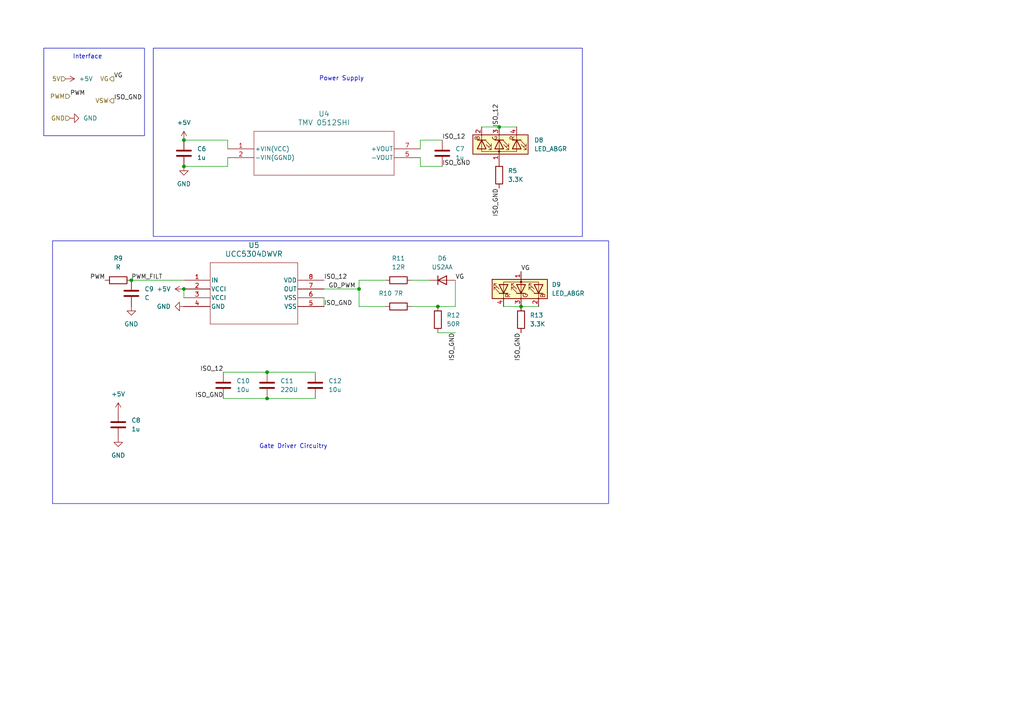
<source format=kicad_sch>
(kicad_sch
	(version 20250114)
	(generator "eeschema")
	(generator_version "9.0")
	(uuid "e72f36e0-1e81-4b28-9412-540a47e2f276")
	(paper "A4")
	(title_block
		(title "Lecture_Tutorial")
		(date "2025-02-20")
		(rev "R0")
		(company "AbdullahZafar")
	)
	(lib_symbols
		(symbol "2025-02-18_19-35-50:UCC5304DWVR"
			(pin_names
				(offset 0.254)
			)
			(exclude_from_sim no)
			(in_bom yes)
			(on_board yes)
			(property "Reference" "U"
				(at 20.32 10.16 0)
				(effects
					(font
						(size 1.524 1.524)
					)
				)
			)
			(property "Value" "UCC5304DWVR"
				(at 20.32 7.62 0)
				(effects
					(font
						(size 1.524 1.524)
					)
				)
			)
			(property "Footprint" "SOIC8_DWV_TEX"
				(at 0 0 0)
				(effects
					(font
						(size 1.27 1.27)
						(italic yes)
					)
					(hide yes)
				)
			)
			(property "Datasheet" "UCC5304DWVR"
				(at 0 0 0)
				(effects
					(font
						(size 1.27 1.27)
						(italic yes)
					)
					(hide yes)
				)
			)
			(property "Description" ""
				(at 0 0 0)
				(effects
					(font
						(size 1.27 1.27)
					)
					(hide yes)
				)
			)
			(property "ki_locked" ""
				(at 0 0 0)
				(effects
					(font
						(size 1.27 1.27)
					)
				)
			)
			(property "ki_keywords" "UCC5304DWVR"
				(at 0 0 0)
				(effects
					(font
						(size 1.27 1.27)
					)
					(hide yes)
				)
			)
			(property "ki_fp_filters" "SOIC8_DWV_TEX SOIC8_DWV_TEX-M SOIC8_DWV_TEX-L"
				(at 0 0 0)
				(effects
					(font
						(size 1.27 1.27)
					)
					(hide yes)
				)
			)
			(symbol "UCC5304DWVR_0_1"
				(polyline
					(pts
						(xy 7.62 5.08) (xy 7.62 -12.7)
					)
					(stroke
						(width 0.127)
						(type default)
					)
					(fill
						(type none)
					)
				)
				(polyline
					(pts
						(xy 7.62 -12.7) (xy 33.02 -12.7)
					)
					(stroke
						(width 0.127)
						(type default)
					)
					(fill
						(type none)
					)
				)
				(polyline
					(pts
						(xy 33.02 5.08) (xy 7.62 5.08)
					)
					(stroke
						(width 0.127)
						(type default)
					)
					(fill
						(type none)
					)
				)
				(polyline
					(pts
						(xy 33.02 -12.7) (xy 33.02 5.08)
					)
					(stroke
						(width 0.127)
						(type default)
					)
					(fill
						(type none)
					)
				)
				(pin input line
					(at 0 0 0)
					(length 7.62)
					(name "IN"
						(effects
							(font
								(size 1.27 1.27)
							)
						)
					)
					(number "1"
						(effects
							(font
								(size 1.27 1.27)
							)
						)
					)
				)
				(pin power_in line
					(at 0 -2.54 0)
					(length 7.62)
					(name "VCCI"
						(effects
							(font
								(size 1.27 1.27)
							)
						)
					)
					(number "2"
						(effects
							(font
								(size 1.27 1.27)
							)
						)
					)
				)
				(pin power_in line
					(at 0 -5.08 0)
					(length 7.62)
					(name "VCCI"
						(effects
							(font
								(size 1.27 1.27)
							)
						)
					)
					(number "3"
						(effects
							(font
								(size 1.27 1.27)
							)
						)
					)
				)
				(pin power_out line
					(at 0 -7.62 0)
					(length 7.62)
					(name "GND"
						(effects
							(font
								(size 1.27 1.27)
							)
						)
					)
					(number "4"
						(effects
							(font
								(size 1.27 1.27)
							)
						)
					)
				)
				(pin power_in line
					(at 40.64 0 180)
					(length 7.62)
					(name "VDD"
						(effects
							(font
								(size 1.27 1.27)
							)
						)
					)
					(number "8"
						(effects
							(font
								(size 1.27 1.27)
							)
						)
					)
				)
				(pin output line
					(at 40.64 -2.54 180)
					(length 7.62)
					(name "OUT"
						(effects
							(font
								(size 1.27 1.27)
							)
						)
					)
					(number "7"
						(effects
							(font
								(size 1.27 1.27)
							)
						)
					)
				)
				(pin power_out line
					(at 40.64 -5.08 180)
					(length 7.62)
					(name "VSS"
						(effects
							(font
								(size 1.27 1.27)
							)
						)
					)
					(number "6"
						(effects
							(font
								(size 1.27 1.27)
							)
						)
					)
				)
				(pin power_out line
					(at 40.64 -7.62 180)
					(length 7.62)
					(name "VSS"
						(effects
							(font
								(size 1.27 1.27)
							)
						)
					)
					(number "5"
						(effects
							(font
								(size 1.27 1.27)
							)
						)
					)
				)
			)
			(embedded_fonts no)
		)
		(symbol "2025-02-22_01-23-13:TMV_0512SHI"
			(pin_names
				(offset 0.254)
			)
			(exclude_from_sim no)
			(in_bom yes)
			(on_board yes)
			(property "Reference" "U"
				(at 27.94 10.16 0)
				(effects
					(font
						(size 1.524 1.524)
					)
				)
			)
			(property "Value" "TMV 0512SHI"
				(at 27.94 7.62 0)
				(effects
					(font
						(size 1.524 1.524)
					)
				)
			)
			(property "Footprint" "TMV-HI_SINGLE_TRP"
				(at 0 0 0)
				(effects
					(font
						(size 1.27 1.27)
						(italic yes)
					)
					(hide yes)
				)
			)
			(property "Datasheet" "TMV 0512SHI"
				(at 0 0 0)
				(effects
					(font
						(size 1.27 1.27)
						(italic yes)
					)
					(hide yes)
				)
			)
			(property "Description" ""
				(at 0 0 0)
				(effects
					(font
						(size 1.27 1.27)
					)
					(hide yes)
				)
			)
			(property "ki_locked" ""
				(at 0 0 0)
				(effects
					(font
						(size 1.27 1.27)
					)
				)
			)
			(property "ki_keywords" "TMV 0512SHI"
				(at 0 0 0)
				(effects
					(font
						(size 1.27 1.27)
					)
					(hide yes)
				)
			)
			(property "ki_fp_filters" "TMV-HI_SINGLE_TRP"
				(at 0 0 0)
				(effects
					(font
						(size 1.27 1.27)
					)
					(hide yes)
				)
			)
			(symbol "TMV_0512SHI_0_1"
				(polyline
					(pts
						(xy 7.62 5.08) (xy 7.62 -7.62)
					)
					(stroke
						(width 0.127)
						(type default)
					)
					(fill
						(type none)
					)
				)
				(polyline
					(pts
						(xy 7.62 -7.62) (xy 48.26 -7.62)
					)
					(stroke
						(width 0.127)
						(type default)
					)
					(fill
						(type none)
					)
				)
				(polyline
					(pts
						(xy 48.26 5.08) (xy 7.62 5.08)
					)
					(stroke
						(width 0.127)
						(type default)
					)
					(fill
						(type none)
					)
				)
				(polyline
					(pts
						(xy 48.26 -7.62) (xy 48.26 5.08)
					)
					(stroke
						(width 0.127)
						(type default)
					)
					(fill
						(type none)
					)
				)
				(pin power_in line
					(at 0 0 0)
					(length 7.62)
					(name "+VIN(VCC)"
						(effects
							(font
								(size 1.27 1.27)
							)
						)
					)
					(number "1"
						(effects
							(font
								(size 1.27 1.27)
							)
						)
					)
				)
				(pin power_in line
					(at 0 -2.54 0)
					(length 7.62)
					(name "-VIN(GGND)"
						(effects
							(font
								(size 1.27 1.27)
							)
						)
					)
					(number "2"
						(effects
							(font
								(size 1.27 1.27)
							)
						)
					)
				)
				(pin output line
					(at 55.88 0 180)
					(length 7.62)
					(name "+VOUT"
						(effects
							(font
								(size 1.27 1.27)
							)
						)
					)
					(number "7"
						(effects
							(font
								(size 1.27 1.27)
							)
						)
					)
				)
				(pin output line
					(at 55.88 -2.54 180)
					(length 7.62)
					(name "-VOUT"
						(effects
							(font
								(size 1.27 1.27)
							)
						)
					)
					(number "5"
						(effects
							(font
								(size 1.27 1.27)
							)
						)
					)
				)
			)
			(embedded_fonts no)
		)
		(symbol "Device:C"
			(pin_numbers
				(hide yes)
			)
			(pin_names
				(offset 0.254)
			)
			(exclude_from_sim no)
			(in_bom yes)
			(on_board yes)
			(property "Reference" "C"
				(at 0.635 2.54 0)
				(effects
					(font
						(size 1.27 1.27)
					)
					(justify left)
				)
			)
			(property "Value" "C"
				(at 0.635 -2.54 0)
				(effects
					(font
						(size 1.27 1.27)
					)
					(justify left)
				)
			)
			(property "Footprint" ""
				(at 0.9652 -3.81 0)
				(effects
					(font
						(size 1.27 1.27)
					)
					(hide yes)
				)
			)
			(property "Datasheet" "~"
				(at 0 0 0)
				(effects
					(font
						(size 1.27 1.27)
					)
					(hide yes)
				)
			)
			(property "Description" "Unpolarized capacitor"
				(at 0 0 0)
				(effects
					(font
						(size 1.27 1.27)
					)
					(hide yes)
				)
			)
			(property "ki_keywords" "cap capacitor"
				(at 0 0 0)
				(effects
					(font
						(size 1.27 1.27)
					)
					(hide yes)
				)
			)
			(property "ki_fp_filters" "C_*"
				(at 0 0 0)
				(effects
					(font
						(size 1.27 1.27)
					)
					(hide yes)
				)
			)
			(symbol "C_0_1"
				(polyline
					(pts
						(xy -2.032 0.762) (xy 2.032 0.762)
					)
					(stroke
						(width 0.508)
						(type default)
					)
					(fill
						(type none)
					)
				)
				(polyline
					(pts
						(xy -2.032 -0.762) (xy 2.032 -0.762)
					)
					(stroke
						(width 0.508)
						(type default)
					)
					(fill
						(type none)
					)
				)
			)
			(symbol "C_1_1"
				(pin passive line
					(at 0 3.81 270)
					(length 2.794)
					(name "~"
						(effects
							(font
								(size 1.27 1.27)
							)
						)
					)
					(number "1"
						(effects
							(font
								(size 1.27 1.27)
							)
						)
					)
				)
				(pin passive line
					(at 0 -3.81 90)
					(length 2.794)
					(name "~"
						(effects
							(font
								(size 1.27 1.27)
							)
						)
					)
					(number "2"
						(effects
							(font
								(size 1.27 1.27)
							)
						)
					)
				)
			)
			(embedded_fonts no)
		)
		(symbol "Device:LED_ABGR"
			(pin_names
				(offset 0)
				(hide yes)
			)
			(exclude_from_sim no)
			(in_bom yes)
			(on_board yes)
			(property "Reference" "D"
				(at 0 9.398 0)
				(effects
					(font
						(size 1.27 1.27)
					)
				)
			)
			(property "Value" "LED_ABGR"
				(at 0 -8.89 0)
				(effects
					(font
						(size 1.27 1.27)
					)
				)
			)
			(property "Footprint" ""
				(at 0 -1.27 0)
				(effects
					(font
						(size 1.27 1.27)
					)
					(hide yes)
				)
			)
			(property "Datasheet" "~"
				(at 0 -1.27 0)
				(effects
					(font
						(size 1.27 1.27)
					)
					(hide yes)
				)
			)
			(property "Description" "RGB LED, anode/blue/green/red"
				(at 0 0 0)
				(effects
					(font
						(size 1.27 1.27)
					)
					(hide yes)
				)
			)
			(property "ki_keywords" "LED RGB diode"
				(at 0 0 0)
				(effects
					(font
						(size 1.27 1.27)
					)
					(hide yes)
				)
			)
			(property "ki_fp_filters" "LED* LED_SMD:* LED_THT:*"
				(at 0 0 0)
				(effects
					(font
						(size 1.27 1.27)
					)
					(hide yes)
				)
			)
			(symbol "LED_ABGR_0_0"
				(text "R"
					(at -1.905 3.81 0)
					(effects
						(font
							(size 1.27 1.27)
						)
					)
				)
				(text "G"
					(at -1.905 -1.27 0)
					(effects
						(font
							(size 1.27 1.27)
						)
					)
				)
				(text "B"
					(at -1.905 -6.35 0)
					(effects
						(font
							(size 1.27 1.27)
						)
					)
				)
			)
			(symbol "LED_ABGR_0_1"
				(polyline
					(pts
						(xy -1.27 6.35) (xy -1.27 3.81)
					)
					(stroke
						(width 0.254)
						(type default)
					)
					(fill
						(type none)
					)
				)
				(polyline
					(pts
						(xy -1.27 6.35) (xy -1.27 3.81) (xy -1.27 3.81)
					)
					(stroke
						(width 0)
						(type default)
					)
					(fill
						(type none)
					)
				)
				(polyline
					(pts
						(xy -1.27 5.08) (xy -2.54 5.08)
					)
					(stroke
						(width 0)
						(type default)
					)
					(fill
						(type none)
					)
				)
				(polyline
					(pts
						(xy -1.27 5.08) (xy 1.27 5.08)
					)
					(stroke
						(width 0)
						(type default)
					)
					(fill
						(type none)
					)
				)
				(polyline
					(pts
						(xy -1.27 1.27) (xy -1.27 -1.27)
					)
					(stroke
						(width 0.254)
						(type default)
					)
					(fill
						(type none)
					)
				)
				(polyline
					(pts
						(xy -1.27 1.27) (xy -1.27 -1.27) (xy -1.27 -1.27)
					)
					(stroke
						(width 0)
						(type default)
					)
					(fill
						(type none)
					)
				)
				(polyline
					(pts
						(xy -1.27 0) (xy -2.54 0)
					)
					(stroke
						(width 0)
						(type default)
					)
					(fill
						(type none)
					)
				)
				(polyline
					(pts
						(xy -1.27 -3.81) (xy -1.27 -6.35)
					)
					(stroke
						(width 0.254)
						(type default)
					)
					(fill
						(type none)
					)
				)
				(polyline
					(pts
						(xy -1.27 -5.08) (xy -2.54 -5.08)
					)
					(stroke
						(width 0)
						(type default)
					)
					(fill
						(type none)
					)
				)
				(polyline
					(pts
						(xy -1.27 -5.08) (xy 1.27 -5.08)
					)
					(stroke
						(width 0)
						(type default)
					)
					(fill
						(type none)
					)
				)
				(polyline
					(pts
						(xy -1.016 6.35) (xy 0.508 7.874) (xy -0.254 7.874) (xy 0.508 7.874) (xy 0.508 7.112)
					)
					(stroke
						(width 0)
						(type default)
					)
					(fill
						(type none)
					)
				)
				(polyline
					(pts
						(xy -1.016 1.27) (xy 0.508 2.794) (xy -0.254 2.794) (xy 0.508 2.794) (xy 0.508 2.032)
					)
					(stroke
						(width 0)
						(type default)
					)
					(fill
						(type none)
					)
				)
				(polyline
					(pts
						(xy -1.016 -3.81) (xy 0.508 -2.286) (xy -0.254 -2.286) (xy 0.508 -2.286) (xy 0.508 -3.048)
					)
					(stroke
						(width 0)
						(type default)
					)
					(fill
						(type none)
					)
				)
				(polyline
					(pts
						(xy 0 6.35) (xy 1.524 7.874) (xy 0.762 7.874) (xy 1.524 7.874) (xy 1.524 7.112)
					)
					(stroke
						(width 0)
						(type default)
					)
					(fill
						(type none)
					)
				)
				(polyline
					(pts
						(xy 0 1.27) (xy 1.524 2.794) (xy 0.762 2.794) (xy 1.524 2.794) (xy 1.524 2.032)
					)
					(stroke
						(width 0)
						(type default)
					)
					(fill
						(type none)
					)
				)
				(polyline
					(pts
						(xy 0 -3.81) (xy 1.524 -2.286) (xy 0.762 -2.286) (xy 1.524 -2.286) (xy 1.524 -3.048)
					)
					(stroke
						(width 0)
						(type default)
					)
					(fill
						(type none)
					)
				)
				(polyline
					(pts
						(xy 1.27 6.35) (xy 1.27 3.81) (xy -1.27 5.08) (xy 1.27 6.35)
					)
					(stroke
						(width 0.254)
						(type default)
					)
					(fill
						(type none)
					)
				)
				(rectangle
					(start 1.27 6.35)
					(end 1.27 6.35)
					(stroke
						(width 0)
						(type default)
					)
					(fill
						(type none)
					)
				)
				(rectangle
					(start 1.27 3.81)
					(end 1.27 6.35)
					(stroke
						(width 0)
						(type default)
					)
					(fill
						(type none)
					)
				)
				(polyline
					(pts
						(xy 1.27 1.27) (xy 1.27 -1.27) (xy -1.27 0) (xy 1.27 1.27)
					)
					(stroke
						(width 0.254)
						(type default)
					)
					(fill
						(type none)
					)
				)
				(rectangle
					(start 1.27 1.27)
					(end 1.27 1.27)
					(stroke
						(width 0)
						(type default)
					)
					(fill
						(type none)
					)
				)
				(polyline
					(pts
						(xy 1.27 0) (xy -1.27 0)
					)
					(stroke
						(width 0)
						(type default)
					)
					(fill
						(type none)
					)
				)
				(polyline
					(pts
						(xy 1.27 0) (xy 2.54 0)
					)
					(stroke
						(width 0)
						(type default)
					)
					(fill
						(type none)
					)
				)
				(rectangle
					(start 1.27 -1.27)
					(end 1.27 1.27)
					(stroke
						(width 0)
						(type default)
					)
					(fill
						(type none)
					)
				)
				(polyline
					(pts
						(xy 1.27 -3.81) (xy 1.27 -6.35) (xy -1.27 -5.08) (xy 1.27 -3.81)
					)
					(stroke
						(width 0.254)
						(type default)
					)
					(fill
						(type none)
					)
				)
				(polyline
					(pts
						(xy 1.27 -5.08) (xy 2.032 -5.08) (xy 2.032 5.08) (xy 1.27 5.08)
					)
					(stroke
						(width 0)
						(type default)
					)
					(fill
						(type none)
					)
				)
				(circle
					(center 2.032 0)
					(radius 0.254)
					(stroke
						(width 0)
						(type default)
					)
					(fill
						(type outline)
					)
				)
				(rectangle
					(start 2.794 8.382)
					(end -2.794 -7.62)
					(stroke
						(width 0.254)
						(type default)
					)
					(fill
						(type background)
					)
				)
			)
			(symbol "LED_ABGR_1_1"
				(pin passive line
					(at -5.08 5.08 0)
					(length 2.54)
					(name "RK"
						(effects
							(font
								(size 1.27 1.27)
							)
						)
					)
					(number "4"
						(effects
							(font
								(size 1.27 1.27)
							)
						)
					)
				)
				(pin passive line
					(at -5.08 0 0)
					(length 2.54)
					(name "GK"
						(effects
							(font
								(size 1.27 1.27)
							)
						)
					)
					(number "3"
						(effects
							(font
								(size 1.27 1.27)
							)
						)
					)
				)
				(pin passive line
					(at -5.08 -5.08 0)
					(length 2.54)
					(name "BK"
						(effects
							(font
								(size 1.27 1.27)
							)
						)
					)
					(number "2"
						(effects
							(font
								(size 1.27 1.27)
							)
						)
					)
				)
				(pin passive line
					(at 5.08 0 180)
					(length 2.54)
					(name "A"
						(effects
							(font
								(size 1.27 1.27)
							)
						)
					)
					(number "1"
						(effects
							(font
								(size 1.27 1.27)
							)
						)
					)
				)
			)
			(embedded_fonts no)
		)
		(symbol "Device:R"
			(pin_numbers
				(hide yes)
			)
			(pin_names
				(offset 0)
			)
			(exclude_from_sim no)
			(in_bom yes)
			(on_board yes)
			(property "Reference" "R"
				(at 2.032 0 90)
				(effects
					(font
						(size 1.27 1.27)
					)
				)
			)
			(property "Value" "R"
				(at 0 0 90)
				(effects
					(font
						(size 1.27 1.27)
					)
				)
			)
			(property "Footprint" ""
				(at -1.778 0 90)
				(effects
					(font
						(size 1.27 1.27)
					)
					(hide yes)
				)
			)
			(property "Datasheet" "~"
				(at 0 0 0)
				(effects
					(font
						(size 1.27 1.27)
					)
					(hide yes)
				)
			)
			(property "Description" "Resistor"
				(at 0 0 0)
				(effects
					(font
						(size 1.27 1.27)
					)
					(hide yes)
				)
			)
			(property "ki_keywords" "R res resistor"
				(at 0 0 0)
				(effects
					(font
						(size 1.27 1.27)
					)
					(hide yes)
				)
			)
			(property "ki_fp_filters" "R_*"
				(at 0 0 0)
				(effects
					(font
						(size 1.27 1.27)
					)
					(hide yes)
				)
			)
			(symbol "R_0_1"
				(rectangle
					(start -1.016 -2.54)
					(end 1.016 2.54)
					(stroke
						(width 0.254)
						(type default)
					)
					(fill
						(type none)
					)
				)
			)
			(symbol "R_1_1"
				(pin passive line
					(at 0 3.81 270)
					(length 1.27)
					(name "~"
						(effects
							(font
								(size 1.27 1.27)
							)
						)
					)
					(number "1"
						(effects
							(font
								(size 1.27 1.27)
							)
						)
					)
				)
				(pin passive line
					(at 0 -3.81 90)
					(length 1.27)
					(name "~"
						(effects
							(font
								(size 1.27 1.27)
							)
						)
					)
					(number "2"
						(effects
							(font
								(size 1.27 1.27)
							)
						)
					)
				)
			)
			(embedded_fonts no)
		)
		(symbol "Diode:US2AA"
			(pin_numbers
				(hide yes)
			)
			(pin_names
				(hide yes)
			)
			(exclude_from_sim no)
			(in_bom yes)
			(on_board yes)
			(property "Reference" "D"
				(at 0 2.54 0)
				(effects
					(font
						(size 1.27 1.27)
					)
				)
			)
			(property "Value" "US2AA"
				(at 0 -2.54 0)
				(effects
					(font
						(size 1.27 1.27)
					)
				)
			)
			(property "Footprint" "Diode_SMD:D_SMA"
				(at 0 -4.445 0)
				(effects
					(font
						(size 1.27 1.27)
					)
					(hide yes)
				)
			)
			(property "Datasheet" "https://www.onsemi.com/pub/Collateral/US2AA-D.PDF"
				(at 0 0 0)
				(effects
					(font
						(size 1.27 1.27)
					)
					(hide yes)
				)
			)
			(property "Description" "50V, 1.5A, General Purpose Rectifier Diode, SMA(DO-214AC)"
				(at 0 0 0)
				(effects
					(font
						(size 1.27 1.27)
					)
					(hide yes)
				)
			)
			(property "Sim.Device" "D"
				(at 0 0 0)
				(effects
					(font
						(size 1.27 1.27)
					)
					(hide yes)
				)
			)
			(property "Sim.Pins" "1=K 2=A"
				(at 0 0 0)
				(effects
					(font
						(size 1.27 1.27)
					)
					(hide yes)
				)
			)
			(property "ki_keywords" "Super Fast"
				(at 0 0 0)
				(effects
					(font
						(size 1.27 1.27)
					)
					(hide yes)
				)
			)
			(property "ki_fp_filters" "D*SMA*"
				(at 0 0 0)
				(effects
					(font
						(size 1.27 1.27)
					)
					(hide yes)
				)
			)
			(symbol "US2AA_0_1"
				(polyline
					(pts
						(xy -1.27 1.27) (xy -1.27 -1.27)
					)
					(stroke
						(width 0.254)
						(type default)
					)
					(fill
						(type none)
					)
				)
				(polyline
					(pts
						(xy 1.27 1.27) (xy 1.27 -1.27) (xy -1.27 0) (xy 1.27 1.27)
					)
					(stroke
						(width 0.254)
						(type default)
					)
					(fill
						(type none)
					)
				)
				(polyline
					(pts
						(xy 1.27 0) (xy -1.27 0)
					)
					(stroke
						(width 0)
						(type default)
					)
					(fill
						(type none)
					)
				)
			)
			(symbol "US2AA_1_1"
				(pin passive line
					(at -3.81 0 0)
					(length 2.54)
					(name "K"
						(effects
							(font
								(size 1.27 1.27)
							)
						)
					)
					(number "1"
						(effects
							(font
								(size 1.27 1.27)
							)
						)
					)
				)
				(pin passive line
					(at 3.81 0 180)
					(length 2.54)
					(name "A"
						(effects
							(font
								(size 1.27 1.27)
							)
						)
					)
					(number "2"
						(effects
							(font
								(size 1.27 1.27)
							)
						)
					)
				)
			)
			(embedded_fonts no)
		)
		(symbol "power:+5V"
			(power)
			(pin_numbers
				(hide yes)
			)
			(pin_names
				(offset 0)
				(hide yes)
			)
			(exclude_from_sim no)
			(in_bom yes)
			(on_board yes)
			(property "Reference" "#PWR"
				(at 0 -3.81 0)
				(effects
					(font
						(size 1.27 1.27)
					)
					(hide yes)
				)
			)
			(property "Value" "+5V"
				(at 0 3.556 0)
				(effects
					(font
						(size 1.27 1.27)
					)
				)
			)
			(property "Footprint" ""
				(at 0 0 0)
				(effects
					(font
						(size 1.27 1.27)
					)
					(hide yes)
				)
			)
			(property "Datasheet" ""
				(at 0 0 0)
				(effects
					(font
						(size 1.27 1.27)
					)
					(hide yes)
				)
			)
			(property "Description" "Power symbol creates a global label with name \"+5V\""
				(at 0 0 0)
				(effects
					(font
						(size 1.27 1.27)
					)
					(hide yes)
				)
			)
			(property "ki_keywords" "global power"
				(at 0 0 0)
				(effects
					(font
						(size 1.27 1.27)
					)
					(hide yes)
				)
			)
			(symbol "+5V_0_1"
				(polyline
					(pts
						(xy -0.762 1.27) (xy 0 2.54)
					)
					(stroke
						(width 0)
						(type default)
					)
					(fill
						(type none)
					)
				)
				(polyline
					(pts
						(xy 0 2.54) (xy 0.762 1.27)
					)
					(stroke
						(width 0)
						(type default)
					)
					(fill
						(type none)
					)
				)
				(polyline
					(pts
						(xy 0 0) (xy 0 2.54)
					)
					(stroke
						(width 0)
						(type default)
					)
					(fill
						(type none)
					)
				)
			)
			(symbol "+5V_1_1"
				(pin power_in line
					(at 0 0 90)
					(length 0)
					(name "~"
						(effects
							(font
								(size 1.27 1.27)
							)
						)
					)
					(number "1"
						(effects
							(font
								(size 1.27 1.27)
							)
						)
					)
				)
			)
			(embedded_fonts no)
		)
		(symbol "power:GND"
			(power)
			(pin_numbers
				(hide yes)
			)
			(pin_names
				(offset 0)
				(hide yes)
			)
			(exclude_from_sim no)
			(in_bom yes)
			(on_board yes)
			(property "Reference" "#PWR"
				(at 0 -6.35 0)
				(effects
					(font
						(size 1.27 1.27)
					)
					(hide yes)
				)
			)
			(property "Value" "GND"
				(at 0 -3.81 0)
				(effects
					(font
						(size 1.27 1.27)
					)
				)
			)
			(property "Footprint" ""
				(at 0 0 0)
				(effects
					(font
						(size 1.27 1.27)
					)
					(hide yes)
				)
			)
			(property "Datasheet" ""
				(at 0 0 0)
				(effects
					(font
						(size 1.27 1.27)
					)
					(hide yes)
				)
			)
			(property "Description" "Power symbol creates a global label with name \"GND\" , ground"
				(at 0 0 0)
				(effects
					(font
						(size 1.27 1.27)
					)
					(hide yes)
				)
			)
			(property "ki_keywords" "global power"
				(at 0 0 0)
				(effects
					(font
						(size 1.27 1.27)
					)
					(hide yes)
				)
			)
			(symbol "GND_0_1"
				(polyline
					(pts
						(xy 0 0) (xy 0 -1.27) (xy 1.27 -1.27) (xy 0 -2.54) (xy -1.27 -1.27) (xy 0 -1.27)
					)
					(stroke
						(width 0)
						(type default)
					)
					(fill
						(type none)
					)
				)
			)
			(symbol "GND_1_1"
				(pin power_in line
					(at 0 0 270)
					(length 0)
					(name "~"
						(effects
							(font
								(size 1.27 1.27)
							)
						)
					)
					(number "1"
						(effects
							(font
								(size 1.27 1.27)
							)
						)
					)
				)
			)
			(embedded_fonts no)
		)
	)
	(rectangle
		(start 12.7 13.97)
		(end 41.91 39.37)
		(stroke
			(width 0)
			(type default)
		)
		(fill
			(type none)
		)
		(uuid 2004a15e-3457-4ca0-9532-f3a67bef5417)
	)
	(rectangle
		(start 44.45 13.97)
		(end 168.91 68.58)
		(stroke
			(width 0)
			(type default)
		)
		(fill
			(type none)
		)
		(uuid a0eabbd4-e1be-42b0-b478-eaa0587f8c37)
	)
	(rectangle
		(start 15.24 69.85)
		(end 176.53 146.05)
		(stroke
			(width 0)
			(type default)
		)
		(fill
			(type none)
		)
		(uuid ea493d45-4c80-40f1-8bd7-ecd65e2514f9)
	)
	(text "Interface\n"
		(exclude_from_sim no)
		(at 25.4 16.51 0)
		(effects
			(font
				(size 1.27 1.27)
			)
		)
		(uuid "4484626b-7525-4ab2-8f17-b496776df540")
	)
	(text "Power Supply\n"
		(exclude_from_sim no)
		(at 99.06 22.86 0)
		(effects
			(font
				(size 1.27 1.27)
			)
		)
		(uuid "71a51919-ccf2-436b-b40e-ec26b62f8021")
	)
	(text "Gate Driver Circuitry\n"
		(exclude_from_sim no)
		(at 85.09 129.54 0)
		(effects
			(font
				(size 1.27 1.27)
			)
		)
		(uuid "c8a46679-93d6-4433-a02f-d29397f27860")
	)
	(junction
		(at 53.34 83.82)
		(diameter 0)
		(color 0 0 0 0)
		(uuid "012d6350-e678-4b3f-93a9-913bb7e91c5c")
	)
	(junction
		(at 53.34 40.64)
		(diameter 0)
		(color 0 0 0 0)
		(uuid "21f96564-6901-407e-82bb-947d87303adf")
	)
	(junction
		(at 151.13 88.9)
		(diameter 0)
		(color 0 0 0 0)
		(uuid "5cf6a9a6-3b1b-4d11-9e4e-315b652795cb")
	)
	(junction
		(at 38.1 81.28)
		(diameter 0)
		(color 0 0 0 0)
		(uuid "788b0298-44b7-4246-9f0d-e34c39c65abc")
	)
	(junction
		(at 77.47 115.57)
		(diameter 0)
		(color 0 0 0 0)
		(uuid "82d62608-35f6-46b2-94b8-4475b74f8ba7")
	)
	(junction
		(at 144.78 36.83)
		(diameter 0)
		(color 0 0 0 0)
		(uuid "83b5d28a-f67f-496e-bcfa-2d2a4d35d094")
	)
	(junction
		(at 77.47 107.95)
		(diameter 0)
		(color 0 0 0 0)
		(uuid "85426458-1371-4690-ab7d-ec378943bdc7")
	)
	(junction
		(at 127 88.9)
		(diameter 0)
		(color 0 0 0 0)
		(uuid "87f81cd6-fb33-4a8f-b565-bc14737cdde3")
	)
	(junction
		(at 53.34 48.26)
		(diameter 0)
		(color 0 0 0 0)
		(uuid "ada73687-3e4d-4667-845b-ae6a973d6794")
	)
	(junction
		(at 104.14 83.82)
		(diameter 0)
		(color 0 0 0 0)
		(uuid "cf2e65f0-5f8a-4716-a757-d21673d01180")
	)
	(wire
		(pts
			(xy 146.05 88.9) (xy 151.13 88.9)
		)
		(stroke
			(width 0)
			(type default)
		)
		(uuid "0f802122-317f-499c-84da-059aa78ed3b8")
	)
	(wire
		(pts
			(xy 119.38 88.9) (xy 127 88.9)
		)
		(stroke
			(width 0)
			(type default)
		)
		(uuid "2268ae32-49d1-48f6-b66e-6619863c0c91")
	)
	(wire
		(pts
			(xy 119.38 81.28) (xy 124.46 81.28)
		)
		(stroke
			(width 0)
			(type default)
		)
		(uuid "2539c1e7-79c7-4e2c-b9c0-448a62618cbe")
	)
	(wire
		(pts
			(xy 104.14 81.28) (xy 111.76 81.28)
		)
		(stroke
			(width 0)
			(type default)
		)
		(uuid "32e7ca04-4aa6-45cb-b51d-bbaa8c7d5639")
	)
	(wire
		(pts
			(xy 104.14 83.82) (xy 104.14 81.28)
		)
		(stroke
			(width 0)
			(type default)
		)
		(uuid "34d03228-f65b-41e5-8ef0-251b35772f66")
	)
	(wire
		(pts
			(xy 121.92 40.64) (xy 121.92 43.18)
		)
		(stroke
			(width 0)
			(type default)
		)
		(uuid "4a5a8179-dae3-4c58-ad91-7e9f9e32d9ef")
	)
	(wire
		(pts
			(xy 139.7 36.83) (xy 144.78 36.83)
		)
		(stroke
			(width 0)
			(type default)
		)
		(uuid "4f486257-bfdc-439e-bd21-70c396224ddf")
	)
	(wire
		(pts
			(xy 53.34 83.82) (xy 53.34 86.36)
		)
		(stroke
			(width 0)
			(type default)
		)
		(uuid "53e53cc2-915e-41be-b74c-2bd2f6444be3")
	)
	(wire
		(pts
			(xy 38.1 81.28) (xy 53.34 81.28)
		)
		(stroke
			(width 0)
			(type default)
		)
		(uuid "5618407d-49bd-430f-a9c1-afdecf68d095")
	)
	(wire
		(pts
			(xy 127 96.52) (xy 132.08 96.52)
		)
		(stroke
			(width 0)
			(type default)
		)
		(uuid "5bc2b99a-8b0a-4d70-9d1c-87f0874edb8f")
	)
	(wire
		(pts
			(xy 111.76 88.9) (xy 104.14 88.9)
		)
		(stroke
			(width 0)
			(type default)
		)
		(uuid "6c3afdbc-af20-4f0a-93a6-98f7ff941fc9")
	)
	(wire
		(pts
			(xy 66.04 43.18) (xy 66.04 40.64)
		)
		(stroke
			(width 0)
			(type default)
		)
		(uuid "71c6cd66-d385-4f81-9f38-8f2bcd9ab85a")
	)
	(wire
		(pts
			(xy 64.77 107.95) (xy 77.47 107.95)
		)
		(stroke
			(width 0)
			(type default)
		)
		(uuid "8c30da72-db50-41ba-ac59-820c7eb01da7")
	)
	(wire
		(pts
			(xy 121.92 48.26) (xy 128.27 48.26)
		)
		(stroke
			(width 0)
			(type default)
		)
		(uuid "8d2be6ec-eab4-421c-b403-8e0a0724391f")
	)
	(wire
		(pts
			(xy 64.77 115.57) (xy 77.47 115.57)
		)
		(stroke
			(width 0)
			(type default)
		)
		(uuid "8f16dc16-c75b-4764-b449-0dc2c3a25a6b")
	)
	(wire
		(pts
			(xy 104.14 88.9) (xy 104.14 83.82)
		)
		(stroke
			(width 0)
			(type default)
		)
		(uuid "9a161a34-9a4d-4407-8920-2a53d1207c38")
	)
	(wire
		(pts
			(xy 128.27 40.64) (xy 121.92 40.64)
		)
		(stroke
			(width 0)
			(type default)
		)
		(uuid "a3dc0fef-82b9-471c-9516-539afff5debf")
	)
	(wire
		(pts
			(xy 144.78 36.83) (xy 149.86 36.83)
		)
		(stroke
			(width 0)
			(type default)
		)
		(uuid "a7914132-92b6-444a-9120-6a44639fe05d")
	)
	(wire
		(pts
			(xy 132.08 88.9) (xy 127 88.9)
		)
		(stroke
			(width 0)
			(type default)
		)
		(uuid "b0ab6c25-766d-4b78-9cfd-299ea481f1fc")
	)
	(wire
		(pts
			(xy 66.04 48.26) (xy 53.34 48.26)
		)
		(stroke
			(width 0)
			(type default)
		)
		(uuid "b1dd3104-51d5-4eab-8e8d-f357d350179b")
	)
	(wire
		(pts
			(xy 93.98 86.36) (xy 93.98 88.9)
		)
		(stroke
			(width 0)
			(type default)
		)
		(uuid "bef19ca3-c74a-4021-beda-c540f9243eea")
	)
	(wire
		(pts
			(xy 121.92 45.72) (xy 121.92 48.26)
		)
		(stroke
			(width 0)
			(type default)
		)
		(uuid "c00db0ae-8c28-4de8-be0e-ca35219416f4")
	)
	(wire
		(pts
			(xy 132.08 81.28) (xy 132.08 88.9)
		)
		(stroke
			(width 0)
			(type default)
		)
		(uuid "c76e06a5-1cef-486f-8b81-7e6338441964")
	)
	(wire
		(pts
			(xy 93.98 83.82) (xy 104.14 83.82)
		)
		(stroke
			(width 0)
			(type default)
		)
		(uuid "d14b0b3b-f970-438c-9331-b3b0b625e315")
	)
	(wire
		(pts
			(xy 66.04 40.64) (xy 53.34 40.64)
		)
		(stroke
			(width 0)
			(type default)
		)
		(uuid "d5bef0ed-2683-4b75-95af-a7692f6f0be5")
	)
	(wire
		(pts
			(xy 151.13 88.9) (xy 156.21 88.9)
		)
		(stroke
			(width 0)
			(type default)
		)
		(uuid "d6daa840-4fc8-413c-8ff0-8544567bb92a")
	)
	(wire
		(pts
			(xy 66.04 45.72) (xy 66.04 48.26)
		)
		(stroke
			(width 0)
			(type default)
		)
		(uuid "d7ca96dd-22f4-4ad9-9975-4324e2ddf6f5")
	)
	(wire
		(pts
			(xy 77.47 115.57) (xy 91.44 115.57)
		)
		(stroke
			(width 0)
			(type default)
		)
		(uuid "e99a7551-3057-41ef-9141-7781c74642ba")
	)
	(wire
		(pts
			(xy 77.47 107.95) (xy 91.44 107.95)
		)
		(stroke
			(width 0)
			(type default)
		)
		(uuid "f79921d6-c75a-4765-acdc-f8dfa3e0e4e6")
	)
	(label "ISO_12"
		(at 128.27 40.64 0)
		(effects
			(font
				(size 1.27 1.27)
			)
			(justify left bottom)
		)
		(uuid "0055a4af-8906-484e-8a35-7e0961fe524a")
	)
	(label "PWM_FILT"
		(at 38.1 81.28 0)
		(effects
			(font
				(size 1.27 1.27)
			)
			(justify left bottom)
		)
		(uuid "1ef12d21-8fc9-498d-819b-0f943bd9d3ad")
	)
	(label "ISO_GND"
		(at 33.02 29.21 0)
		(effects
			(font
				(size 1.27 1.27)
			)
			(justify left bottom)
		)
		(uuid "2a4f6bf9-fa73-4ddf-ad9f-853090da9523")
	)
	(label "PWM"
		(at 20.32 27.94 0)
		(effects
			(font
				(size 1.27 1.27)
			)
			(justify left bottom)
		)
		(uuid "2d699023-70fe-417d-82d1-be30863903a8")
	)
	(label "ISO_GND"
		(at 128.27 48.26 0)
		(effects
			(font
				(size 1.27 1.27)
			)
			(justify left bottom)
		)
		(uuid "31c3df49-48aa-4f60-bf75-1870611e9dc8")
	)
	(label "ISO_GND"
		(at 93.98 88.9 0)
		(effects
			(font
				(size 1.27 1.27)
			)
			(justify left bottom)
		)
		(uuid "3de37963-d609-4dd6-a51e-7f5495b2d2f8")
	)
	(label "ISO_GND"
		(at 144.78 54.61 270)
		(effects
			(font
				(size 1.27 1.27)
			)
			(justify right bottom)
		)
		(uuid "41f8a287-dac2-469f-9f3b-056a9338d473")
	)
	(label "ISO_GND"
		(at 151.13 96.52 270)
		(effects
			(font
				(size 1.27 1.27)
			)
			(justify right bottom)
		)
		(uuid "67b7c16c-c16f-4b4c-b38a-12cfb3e8c644")
	)
	(label "ISO_12"
		(at 64.77 107.95 180)
		(effects
			(font
				(size 1.27 1.27)
			)
			(justify right bottom)
		)
		(uuid "92f05aa1-a26b-4d8f-8e81-40d25ccca1d8")
	)
	(label "VG"
		(at 33.02 22.86 0)
		(effects
			(font
				(size 1.27 1.27)
			)
			(justify left bottom)
		)
		(uuid "9538bc1e-eb94-4d16-90e8-22a5afcf40dc")
	)
	(label "VG"
		(at 132.08 81.28 0)
		(effects
			(font
				(size 1.27 1.27)
			)
			(justify left bottom)
		)
		(uuid "a695fdc2-b163-4df7-b2a6-0808c2b97a04")
	)
	(label "GD_PWM"
		(at 95.25 83.82 0)
		(effects
			(font
				(size 1.27 1.27)
			)
			(justify left bottom)
		)
		(uuid "a6995816-9225-4b83-81c7-9e63a101c64b")
	)
	(label "ISO_GND"
		(at 132.08 96.52 270)
		(effects
			(font
				(size 1.27 1.27)
			)
			(justify right bottom)
		)
		(uuid "aa85ba19-6830-407b-8cbb-32961e657ebf")
	)
	(label "PWM"
		(at 30.48 81.28 180)
		(effects
			(font
				(size 1.27 1.27)
			)
			(justify right bottom)
		)
		(uuid "c64b7ac2-3ce2-434c-b94c-af59c04ff32d")
	)
	(label "ISO_12"
		(at 144.78 36.83 90)
		(effects
			(font
				(size 1.27 1.27)
			)
			(justify left bottom)
		)
		(uuid "d71ee7e8-119a-4b8f-8777-2e5084612240")
	)
	(label "ISO_12"
		(at 93.98 81.28 0)
		(effects
			(font
				(size 1.27 1.27)
			)
			(justify left bottom)
		)
		(uuid "eec3bb8c-c98c-4182-9fa9-89fb9ca183ed")
	)
	(label "VG"
		(at 151.13 78.74 0)
		(effects
			(font
				(size 1.27 1.27)
			)
			(justify left bottom)
		)
		(uuid "ef68c907-7dc0-4002-9495-1367d1e11e22")
	)
	(label "ISO_GND"
		(at 64.77 115.57 180)
		(effects
			(font
				(size 1.27 1.27)
			)
			(justify right bottom)
		)
		(uuid "fa1bfaee-408d-4699-a7fd-4a648d51d261")
	)
	(hierarchical_label "VSW"
		(shape output)
		(at 33.02 29.21 180)
		(effects
			(font
				(size 1.27 1.27)
			)
			(justify right)
		)
		(uuid "5e8d06fa-0ecc-4579-b162-d382eb484c32")
	)
	(hierarchical_label "GND"
		(shape input)
		(at 20.32 34.29 180)
		(effects
			(font
				(size 1.27 1.27)
			)
			(justify right)
		)
		(uuid "85476871-ddfd-4a09-a000-e94f3c986313")
	)
	(hierarchical_label "5V"
		(shape input)
		(at 19.05 22.86 180)
		(effects
			(font
				(size 1.27 1.27)
			)
			(justify right)
		)
		(uuid "9fe429fb-c465-4508-8d32-a60b88ae2c36")
	)
	(hierarchical_label "VG"
		(shape output)
		(at 33.02 22.86 180)
		(effects
			(font
				(size 1.27 1.27)
			)
			(justify right)
		)
		(uuid "cfac16cf-e55b-4d22-b891-74ae447cdd5a")
	)
	(hierarchical_label "PWM"
		(shape input)
		(at 20.32 27.94 180)
		(effects
			(font
				(size 1.27 1.27)
			)
			(justify right)
		)
		(uuid "d52b3a53-f0e2-44b5-85f2-be92de5a293f")
	)
	(symbol
		(lib_id "Device:C")
		(at 38.1 85.09 0)
		(unit 1)
		(exclude_from_sim no)
		(in_bom yes)
		(on_board yes)
		(dnp no)
		(fields_autoplaced yes)
		(uuid "000a8669-e853-4546-95a4-740462a43970")
		(property "Reference" "C9"
			(at 41.91 83.8199 0)
			(effects
				(font
					(size 1.27 1.27)
				)
				(justify left)
			)
		)
		(property "Value" "C"
			(at 41.91 86.3599 0)
			(effects
				(font
					(size 1.27 1.27)
				)
				(justify left)
			)
		)
		(property "Footprint" "Capacitor_SMD:C_0805_2012Metric_Pad1.18x1.45mm_HandSolder"
			(at 39.0652 88.9 0)
			(effects
				(font
					(size 1.27 1.27)
				)
				(hide yes)
			)
		)
		(property "Datasheet" "~"
			(at 38.1 85.09 0)
			(effects
				(font
					(size 1.27 1.27)
				)
				(hide yes)
			)
		)
		(property "Description" "Unpolarized capacitor"
			(at 38.1 85.09 0)
			(effects
				(font
					(size 1.27 1.27)
				)
				(hide yes)
			)
		)
		(pin "2"
			(uuid "37a14d0f-76ab-44b8-bcdb-ca202099d623")
		)
		(pin "1"
			(uuid "4950a545-2a6b-4225-9b15-4d330f261400")
		)
		(instances
			(project ""
				(path "/a5e6a684-17c9-434a-acf7-c925557987b4/efb6fddb-b457-4211-9029-b34bfc963eb3"
					(reference "C9")
					(unit 1)
				)
			)
		)
	)
	(symbol
		(lib_id "power:+5V")
		(at 53.34 40.64 0)
		(unit 1)
		(exclude_from_sim no)
		(in_bom yes)
		(on_board yes)
		(dnp no)
		(fields_autoplaced yes)
		(uuid "02e376ce-713d-4c16-a8a1-bae2f1935684")
		(property "Reference" "#PWR045"
			(at 53.34 44.45 0)
			(effects
				(font
					(size 1.27 1.27)
				)
				(hide yes)
			)
		)
		(property "Value" "+5V"
			(at 53.34 35.56 0)
			(effects
				(font
					(size 1.27 1.27)
				)
			)
		)
		(property "Footprint" ""
			(at 53.34 40.64 0)
			(effects
				(font
					(size 1.27 1.27)
				)
				(hide yes)
			)
		)
		(property "Datasheet" ""
			(at 53.34 40.64 0)
			(effects
				(font
					(size 1.27 1.27)
				)
				(hide yes)
			)
		)
		(property "Description" "Power symbol creates a global label with name \"+5V\""
			(at 53.34 40.64 0)
			(effects
				(font
					(size 1.27 1.27)
				)
				(hide yes)
			)
		)
		(pin "1"
			(uuid "fa2f22a6-0cf2-4c5b-b95e-8306921f3670")
		)
		(instances
			(project ""
				(path "/a5e6a684-17c9-434a-acf7-c925557987b4/efb6fddb-b457-4211-9029-b34bfc963eb3"
					(reference "#PWR045")
					(unit 1)
				)
			)
		)
	)
	(symbol
		(lib_id "power:GND")
		(at 34.29 127 0)
		(unit 1)
		(exclude_from_sim no)
		(in_bom yes)
		(on_board yes)
		(dnp no)
		(fields_autoplaced yes)
		(uuid "1279e854-794f-494e-abf6-ee6c39a00da1")
		(property "Reference" "#PWR051"
			(at 34.29 133.35 0)
			(effects
				(font
					(size 1.27 1.27)
				)
				(hide yes)
			)
		)
		(property "Value" "GND"
			(at 34.29 132.08 0)
			(effects
				(font
					(size 1.27 1.27)
				)
			)
		)
		(property "Footprint" ""
			(at 34.29 127 0)
			(effects
				(font
					(size 1.27 1.27)
				)
				(hide yes)
			)
		)
		(property "Datasheet" ""
			(at 34.29 127 0)
			(effects
				(font
					(size 1.27 1.27)
				)
				(hide yes)
			)
		)
		(property "Description" "Power symbol creates a global label with name \"GND\" , ground"
			(at 34.29 127 0)
			(effects
				(font
					(size 1.27 1.27)
				)
				(hide yes)
			)
		)
		(pin "1"
			(uuid "d36166ce-319f-487a-9a60-a3ce468f1103")
		)
		(instances
			(project "PCB_Tutorial_Lect"
				(path "/a5e6a684-17c9-434a-acf7-c925557987b4/efb6fddb-b457-4211-9029-b34bfc963eb3"
					(reference "#PWR051")
					(unit 1)
				)
			)
		)
	)
	(symbol
		(lib_id "Device:R")
		(at 34.29 81.28 90)
		(unit 1)
		(exclude_from_sim no)
		(in_bom yes)
		(on_board yes)
		(dnp no)
		(fields_autoplaced yes)
		(uuid "14662440-0340-43a2-b772-ae0833c61eee")
		(property "Reference" "R9"
			(at 34.29 74.93 90)
			(effects
				(font
					(size 1.27 1.27)
				)
			)
		)
		(property "Value" "R"
			(at 34.29 77.47 90)
			(effects
				(font
					(size 1.27 1.27)
				)
			)
		)
		(property "Footprint" "Resistor_SMD:R_0805_2012Metric_Pad1.20x1.40mm_HandSolder"
			(at 34.29 83.058 90)
			(effects
				(font
					(size 1.27 1.27)
				)
				(hide yes)
			)
		)
		(property "Datasheet" "~"
			(at 34.29 81.28 0)
			(effects
				(font
					(size 1.27 1.27)
				)
				(hide yes)
			)
		)
		(property "Description" "Resistor"
			(at 34.29 81.28 0)
			(effects
				(font
					(size 1.27 1.27)
				)
				(hide yes)
			)
		)
		(pin "1"
			(uuid "ffee9320-095e-42bd-ba2d-ef22dfb1008b")
		)
		(pin "2"
			(uuid "9218412f-500e-4365-8163-c6df7c01d43e")
		)
		(instances
			(project ""
				(path "/a5e6a684-17c9-434a-acf7-c925557987b4/efb6fddb-b457-4211-9029-b34bfc963eb3"
					(reference "R9")
					(unit 1)
				)
			)
		)
	)
	(symbol
		(lib_id "power:+5V")
		(at 34.29 119.38 0)
		(unit 1)
		(exclude_from_sim no)
		(in_bom yes)
		(on_board yes)
		(dnp no)
		(fields_autoplaced yes)
		(uuid "1d28b084-1465-4f4b-9b0a-76f289b6be76")
		(property "Reference" "#PWR052"
			(at 34.29 123.19 0)
			(effects
				(font
					(size 1.27 1.27)
				)
				(hide yes)
			)
		)
		(property "Value" "+5V"
			(at 34.29 114.3 0)
			(effects
				(font
					(size 1.27 1.27)
				)
			)
		)
		(property "Footprint" ""
			(at 34.29 119.38 0)
			(effects
				(font
					(size 1.27 1.27)
				)
				(hide yes)
			)
		)
		(property "Datasheet" ""
			(at 34.29 119.38 0)
			(effects
				(font
					(size 1.27 1.27)
				)
				(hide yes)
			)
		)
		(property "Description" "Power symbol creates a global label with name \"+5V\""
			(at 34.29 119.38 0)
			(effects
				(font
					(size 1.27 1.27)
				)
				(hide yes)
			)
		)
		(pin "1"
			(uuid "3b25b003-c4d2-4b7f-b6f9-07a5265f174a")
		)
		(instances
			(project "PCB_Tutorial_Lect"
				(path "/a5e6a684-17c9-434a-acf7-c925557987b4/efb6fddb-b457-4211-9029-b34bfc963eb3"
					(reference "#PWR052")
					(unit 1)
				)
			)
		)
	)
	(symbol
		(lib_id "Device:R")
		(at 127 92.71 180)
		(unit 1)
		(exclude_from_sim no)
		(in_bom yes)
		(on_board yes)
		(dnp no)
		(fields_autoplaced yes)
		(uuid "271f9cfb-c75d-4c7b-ab6f-9a483b0846f0")
		(property "Reference" "R12"
			(at 129.54 91.4399 0)
			(effects
				(font
					(size 1.27 1.27)
				)
				(justify right)
			)
		)
		(property "Value" "50R"
			(at 129.54 93.9799 0)
			(effects
				(font
					(size 1.27 1.27)
				)
				(justify right)
			)
		)
		(property "Footprint" "Resistor_SMD:R_1206_3216Metric_Pad1.30x1.75mm_HandSolder"
			(at 128.778 92.71 90)
			(effects
				(font
					(size 1.27 1.27)
				)
				(hide yes)
			)
		)
		(property "Datasheet" "RCP1206W50R0JTP"
			(at 127 92.71 0)
			(effects
				(font
					(size 1.27 1.27)
				)
				(hide yes)
			)
		)
		(property "Description" "Resistor"
			(at 127 92.71 0)
			(effects
				(font
					(size 1.27 1.27)
				)
				(hide yes)
			)
		)
		(property "Part No." "RCP1206W50R0JTP"
			(at 127 92.71 0)
			(effects
				(font
					(size 1.27 1.27)
				)
				(hide yes)
			)
		)
		(pin "2"
			(uuid "16b5c13d-3c22-473b-9d33-ef7dec7eee0a")
		)
		(pin "1"
			(uuid "801965c6-d774-48fa-99c1-237c1eb05b9f")
		)
		(instances
			(project "PCB_Tutorial_Lect"
				(path "/a5e6a684-17c9-434a-acf7-c925557987b4/efb6fddb-b457-4211-9029-b34bfc963eb3"
					(reference "R12")
					(unit 1)
				)
			)
		)
	)
	(symbol
		(lib_id "power:GND")
		(at 53.34 48.26 0)
		(unit 1)
		(exclude_from_sim no)
		(in_bom yes)
		(on_board yes)
		(dnp no)
		(fields_autoplaced yes)
		(uuid "2b91e9d3-182b-4324-9cf9-b0447e4e78c8")
		(property "Reference" "#PWR044"
			(at 53.34 54.61 0)
			(effects
				(font
					(size 1.27 1.27)
				)
				(hide yes)
			)
		)
		(property "Value" "GND"
			(at 53.34 53.34 0)
			(effects
				(font
					(size 1.27 1.27)
				)
			)
		)
		(property "Footprint" ""
			(at 53.34 48.26 0)
			(effects
				(font
					(size 1.27 1.27)
				)
				(hide yes)
			)
		)
		(property "Datasheet" ""
			(at 53.34 48.26 0)
			(effects
				(font
					(size 1.27 1.27)
				)
				(hide yes)
			)
		)
		(property "Description" "Power symbol creates a global label with name \"GND\" , ground"
			(at 53.34 48.26 0)
			(effects
				(font
					(size 1.27 1.27)
				)
				(hide yes)
			)
		)
		(pin "1"
			(uuid "5afa46bb-c203-4a70-9618-7b65a72ed88f")
		)
		(instances
			(project "PCB_Tutorial_Lect"
				(path "/a5e6a684-17c9-434a-acf7-c925557987b4/efb6fddb-b457-4211-9029-b34bfc963eb3"
					(reference "#PWR044")
					(unit 1)
				)
			)
		)
	)
	(symbol
		(lib_id "power:GND")
		(at 20.32 34.29 90)
		(unit 1)
		(exclude_from_sim no)
		(in_bom yes)
		(on_board yes)
		(dnp no)
		(fields_autoplaced yes)
		(uuid "4555b467-acfa-4f50-b1fc-db5e516ecae5")
		(property "Reference" "#PWR042"
			(at 26.67 34.29 0)
			(effects
				(font
					(size 1.27 1.27)
				)
				(hide yes)
			)
		)
		(property "Value" "GND"
			(at 24.13 34.2899 90)
			(effects
				(font
					(size 1.27 1.27)
				)
				(justify right)
			)
		)
		(property "Footprint" ""
			(at 20.32 34.29 0)
			(effects
				(font
					(size 1.27 1.27)
				)
				(hide yes)
			)
		)
		(property "Datasheet" ""
			(at 20.32 34.29 0)
			(effects
				(font
					(size 1.27 1.27)
				)
				(hide yes)
			)
		)
		(property "Description" "Power symbol creates a global label with name \"GND\" , ground"
			(at 20.32 34.29 0)
			(effects
				(font
					(size 1.27 1.27)
				)
				(hide yes)
			)
		)
		(pin "1"
			(uuid "a775a315-6c9b-49cb-956f-a29c4b8e625f")
		)
		(instances
			(project ""
				(path "/a5e6a684-17c9-434a-acf7-c925557987b4/efb6fddb-b457-4211-9029-b34bfc963eb3"
					(reference "#PWR042")
					(unit 1)
				)
			)
		)
	)
	(symbol
		(lib_id "power:GND")
		(at 53.34 88.9 270)
		(unit 1)
		(exclude_from_sim no)
		(in_bom yes)
		(on_board yes)
		(dnp no)
		(fields_autoplaced yes)
		(uuid "4e9f57ff-1073-4326-916d-5aba3a864a65")
		(property "Reference" "#PWR054"
			(at 46.99 88.9 0)
			(effects
				(font
					(size 1.27 1.27)
				)
				(hide yes)
			)
		)
		(property "Value" "GND"
			(at 49.53 88.8999 90)
			(effects
				(font
					(size 1.27 1.27)
				)
				(justify right)
			)
		)
		(property "Footprint" ""
			(at 53.34 88.9 0)
			(effects
				(font
					(size 1.27 1.27)
				)
				(hide yes)
			)
		)
		(property "Datasheet" ""
			(at 53.34 88.9 0)
			(effects
				(font
					(size 1.27 1.27)
				)
				(hide yes)
			)
		)
		(property "Description" "Power symbol creates a global label with name \"GND\" , ground"
			(at 53.34 88.9 0)
			(effects
				(font
					(size 1.27 1.27)
				)
				(hide yes)
			)
		)
		(pin "1"
			(uuid "72aea2a5-7d56-447f-8c7f-ea8e9654240b")
		)
		(instances
			(project "PCB_Tutorial_Lect"
				(path "/a5e6a684-17c9-434a-acf7-c925557987b4/efb6fddb-b457-4211-9029-b34bfc963eb3"
					(reference "#PWR054")
					(unit 1)
				)
			)
		)
	)
	(symbol
		(lib_id "Diode:US2AA")
		(at 128.27 81.28 0)
		(unit 1)
		(exclude_from_sim no)
		(in_bom yes)
		(on_board yes)
		(dnp no)
		(fields_autoplaced yes)
		(uuid "5834f7b8-7212-433a-ba6c-ce3722a0957f")
		(property "Reference" "D6"
			(at 128.27 74.93 0)
			(effects
				(font
					(size 1.27 1.27)
				)
			)
		)
		(property "Value" "US2AA"
			(at 128.27 77.47 0)
			(effects
				(font
					(size 1.27 1.27)
				)
			)
		)
		(property "Footprint" "Diode_SMD:D_SMA"
			(at 128.27 85.725 0)
			(effects
				(font
					(size 1.27 1.27)
				)
				(hide yes)
			)
		)
		(property "Datasheet" "https://www.onsemi.com/pub/Collateral/US2AA-D.PDF"
			(at 128.27 81.28 0)
			(effects
				(font
					(size 1.27 1.27)
				)
				(hide yes)
			)
		)
		(property "Description" "50V, 1.5A, General Purpose Rectifier Diode, SMA(DO-214AC)"
			(at 128.27 81.28 0)
			(effects
				(font
					(size 1.27 1.27)
				)
				(hide yes)
			)
		)
		(property "Sim.Device" "D"
			(at 128.27 81.28 0)
			(effects
				(font
					(size 1.27 1.27)
				)
				(hide yes)
			)
		)
		(property "Sim.Pins" "1=K 2=A"
			(at 128.27 81.28 0)
			(effects
				(font
					(size 1.27 1.27)
				)
				(hide yes)
			)
		)
		(pin "1"
			(uuid "e7b4f474-3df4-4fad-8938-cc9e96978bd6")
		)
		(pin "2"
			(uuid "3c84b661-db4d-48d7-992f-47457196b9c2")
		)
		(instances
			(project ""
				(path "/a5e6a684-17c9-434a-acf7-c925557987b4/efb6fddb-b457-4211-9029-b34bfc963eb3"
					(reference "D6")
					(unit 1)
				)
			)
		)
	)
	(symbol
		(lib_id "2025-02-22_01-23-13:TMV_0512SHI")
		(at 66.04 43.18 0)
		(unit 1)
		(exclude_from_sim no)
		(in_bom yes)
		(on_board yes)
		(dnp no)
		(fields_autoplaced yes)
		(uuid "5b518ab1-2c8a-4e62-a167-29bce9dff5bd")
		(property "Reference" "U4"
			(at 93.98 33.02 0)
			(effects
				(font
					(size 1.524 1.524)
				)
			)
		)
		(property "Value" "TMV 0512SHI"
			(at 93.98 35.56 0)
			(effects
				(font
					(size 1.524 1.524)
				)
			)
		)
		(property "Footprint" "footprints:TMV-HI_SINGLE_TRP"
			(at 66.04 43.18 0)
			(effects
				(font
					(size 1.27 1.27)
					(italic yes)
				)
				(hide yes)
			)
		)
		(property "Datasheet" "TMV 0512SHI"
			(at 66.04 43.18 0)
			(effects
				(font
					(size 1.27 1.27)
					(italic yes)
				)
				(hide yes)
			)
		)
		(property "Description" ""
			(at 66.04 43.18 0)
			(effects
				(font
					(size 1.27 1.27)
				)
				(hide yes)
			)
		)
		(property "Part No." "TMV 0512SHI"
			(at 66.04 43.18 0)
			(effects
				(font
					(size 1.27 1.27)
				)
				(hide yes)
			)
		)
		(pin "7"
			(uuid "fdc65c47-776c-4249-8150-8a8d67680da7")
		)
		(pin "5"
			(uuid "deb690c5-73ba-4686-8cba-32a08bfe7957")
		)
		(pin "2"
			(uuid "5c099c06-943d-4133-a674-1203f6fa5e1d")
		)
		(pin "1"
			(uuid "fbb89acc-d9c6-4f26-89a4-878deff0be06")
		)
		(instances
			(project ""
				(path "/a5e6a684-17c9-434a-acf7-c925557987b4/efb6fddb-b457-4211-9029-b34bfc963eb3"
					(reference "U4")
					(unit 1)
				)
			)
		)
	)
	(symbol
		(lib_id "Device:C")
		(at 91.44 111.76 0)
		(unit 1)
		(exclude_from_sim no)
		(in_bom yes)
		(on_board yes)
		(dnp no)
		(fields_autoplaced yes)
		(uuid "7b8cbdd9-94c8-4c48-a524-23de04e89d9a")
		(property "Reference" "C12"
			(at 95.25 110.4899 0)
			(effects
				(font
					(size 1.27 1.27)
				)
				(justify left)
			)
		)
		(property "Value" "10u"
			(at 95.25 113.0299 0)
			(effects
				(font
					(size 1.27 1.27)
				)
				(justify left)
			)
		)
		(property "Footprint" "Capacitor_SMD:C_0805_2012Metric"
			(at 92.4052 115.57 0)
			(effects
				(font
					(size 1.27 1.27)
				)
				(hide yes)
			)
		)
		(property "Datasheet" "Bypass_Capacitor"
			(at 91.44 111.76 0)
			(effects
				(font
					(size 1.27 1.27)
				)
				(hide yes)
			)
		)
		(property "Description" "Unpolarized capacitor"
			(at 91.44 111.76 0)
			(effects
				(font
					(size 1.27 1.27)
				)
				(hide yes)
			)
		)
		(property "Part No." "TMCP1E105MTRF"
			(at 91.44 111.76 0)
			(effects
				(font
					(size 1.27 1.27)
				)
				(hide yes)
			)
		)
		(pin "1"
			(uuid "9ddbdcc0-332f-4d1d-b1ef-0341fad4e510")
		)
		(pin "2"
			(uuid "80d3187b-b756-45e9-a5cf-7ae21faee6fa")
		)
		(instances
			(project "PCB_Tutorial_Lect"
				(path "/a5e6a684-17c9-434a-acf7-c925557987b4/efb6fddb-b457-4211-9029-b34bfc963eb3"
					(reference "C12")
					(unit 1)
				)
			)
		)
	)
	(symbol
		(lib_id "Device:R")
		(at 151.13 92.71 0)
		(unit 1)
		(exclude_from_sim no)
		(in_bom yes)
		(on_board yes)
		(dnp no)
		(fields_autoplaced yes)
		(uuid "7eee791d-8d64-4913-82ab-d16d33864fec")
		(property "Reference" "R13"
			(at 153.67 91.4399 0)
			(effects
				(font
					(size 1.27 1.27)
				)
				(justify left)
			)
		)
		(property "Value" "3.3K"
			(at 153.67 93.9799 0)
			(effects
				(font
					(size 1.27 1.27)
				)
				(justify left)
			)
		)
		(property "Footprint" "Resistor_SMD:R_0805_2012Metric_Pad1.20x1.40mm_HandSolder"
			(at 149.352 92.71 90)
			(effects
				(font
					(size 1.27 1.27)
				)
				(hide yes)
			)
		)
		(property "Datasheet" "ERJ-P06F3301V"
			(at 151.13 92.71 0)
			(effects
				(font
					(size 1.27 1.27)
				)
				(hide yes)
			)
		)
		(property "Description" "Resistor"
			(at 151.13 92.71 0)
			(effects
				(font
					(size 1.27 1.27)
				)
				(hide yes)
			)
		)
		(property "Part No." "ERJ-P06F3301V"
			(at 151.13 92.71 0)
			(effects
				(font
					(size 1.27 1.27)
				)
				(hide yes)
			)
		)
		(pin "2"
			(uuid "f1eaebe3-09f2-45c5-be90-a62543c02c0c")
		)
		(pin "1"
			(uuid "766f8621-b77c-459a-9b0d-64cb15b04214")
		)
		(instances
			(project "PCB_Tutorial_Lect"
				(path "/a5e6a684-17c9-434a-acf7-c925557987b4/efb6fddb-b457-4211-9029-b34bfc963eb3"
					(reference "R13")
					(unit 1)
				)
			)
		)
	)
	(symbol
		(lib_id "Device:C")
		(at 64.77 111.76 0)
		(unit 1)
		(exclude_from_sim no)
		(in_bom yes)
		(on_board yes)
		(dnp no)
		(fields_autoplaced yes)
		(uuid "848e4379-7218-46aa-b032-16dcc495d013")
		(property "Reference" "C10"
			(at 68.58 110.4899 0)
			(effects
				(font
					(size 1.27 1.27)
				)
				(justify left)
			)
		)
		(property "Value" "10u"
			(at 68.58 113.0299 0)
			(effects
				(font
					(size 1.27 1.27)
				)
				(justify left)
			)
		)
		(property "Footprint" "Capacitor_SMD:C_0805_2012Metric"
			(at 65.7352 115.57 0)
			(effects
				(font
					(size 1.27 1.27)
				)
				(hide yes)
			)
		)
		(property "Datasheet" "Bypass_Capacitor"
			(at 64.77 111.76 0)
			(effects
				(font
					(size 1.27 1.27)
				)
				(hide yes)
			)
		)
		(property "Description" "Unpolarized capacitor"
			(at 64.77 111.76 0)
			(effects
				(font
					(size 1.27 1.27)
				)
				(hide yes)
			)
		)
		(property "Part No." "TMCP1E105MTRF"
			(at 64.77 111.76 0)
			(effects
				(font
					(size 1.27 1.27)
				)
				(hide yes)
			)
		)
		(pin "1"
			(uuid "16d90dc3-741d-4e89-9bc4-977508a5ab9b")
		)
		(pin "2"
			(uuid "660afdfc-eb9c-4a0f-8c6b-fd1e278e5395")
		)
		(instances
			(project "PCB_Tutorial_Lect"
				(path "/a5e6a684-17c9-434a-acf7-c925557987b4/efb6fddb-b457-4211-9029-b34bfc963eb3"
					(reference "C10")
					(unit 1)
				)
			)
		)
	)
	(symbol
		(lib_id "Device:R")
		(at 144.78 50.8 0)
		(unit 1)
		(exclude_from_sim no)
		(in_bom yes)
		(on_board yes)
		(dnp no)
		(fields_autoplaced yes)
		(uuid "aba7c8b8-a4e0-41e5-8930-6e06c8af3fb1")
		(property "Reference" "R5"
			(at 147.32 49.5299 0)
			(effects
				(font
					(size 1.27 1.27)
				)
				(justify left)
			)
		)
		(property "Value" "3.3K"
			(at 147.32 52.0699 0)
			(effects
				(font
					(size 1.27 1.27)
				)
				(justify left)
			)
		)
		(property "Footprint" "Resistor_SMD:R_0805_2012Metric_Pad1.20x1.40mm_HandSolder"
			(at 143.002 50.8 90)
			(effects
				(font
					(size 1.27 1.27)
				)
				(hide yes)
			)
		)
		(property "Datasheet" "ERJ-P06F3301V"
			(at 144.78 50.8 0)
			(effects
				(font
					(size 1.27 1.27)
				)
				(hide yes)
			)
		)
		(property "Description" "Resistor"
			(at 144.78 50.8 0)
			(effects
				(font
					(size 1.27 1.27)
				)
				(hide yes)
			)
		)
		(property "Part No." "ERJ-P06F3301V"
			(at 144.78 50.8 0)
			(effects
				(font
					(size 1.27 1.27)
				)
				(hide yes)
			)
		)
		(pin "2"
			(uuid "09e3f559-d7e0-4aae-ac47-f828ccd55859")
		)
		(pin "1"
			(uuid "d726f675-2495-4fb7-a587-815581816f3e")
		)
		(instances
			(project ""
				(path "/a5e6a684-17c9-434a-acf7-c925557987b4/efb6fddb-b457-4211-9029-b34bfc963eb3"
					(reference "R5")
					(unit 1)
				)
			)
		)
	)
	(symbol
		(lib_id "Device:R")
		(at 115.57 81.28 90)
		(unit 1)
		(exclude_from_sim no)
		(in_bom yes)
		(on_board yes)
		(dnp no)
		(uuid "acf37387-4b3f-41c9-b37e-8a6db3fe4ac9")
		(property "Reference" "R11"
			(at 115.57 74.93 90)
			(effects
				(font
					(size 1.27 1.27)
				)
			)
		)
		(property "Value" "12R"
			(at 115.57 77.47 90)
			(effects
				(font
					(size 1.27 1.27)
				)
			)
		)
		(property "Footprint" "Resistor_SMD:R_0805_2012Metric_Pad1.20x1.40mm_HandSolder"
			(at 115.57 83.058 90)
			(effects
				(font
					(size 1.27 1.27)
				)
				(hide yes)
			)
		)
		(property "Datasheet" "RC0805FR-0713RL"
			(at 115.57 81.28 0)
			(effects
				(font
					(size 1.27 1.27)
				)
				(hide yes)
			)
		)
		(property "Description" "Resistor"
			(at 115.57 81.28 0)
			(effects
				(font
					(size 1.27 1.27)
				)
				(hide yes)
			)
		)
		(property "Part No." "RC0805FR-0713RL"
			(at 115.57 81.28 0)
			(effects
				(font
					(size 1.27 1.27)
				)
				(hide yes)
			)
		)
		(pin "2"
			(uuid "6847dbd7-1d80-428e-8f62-8184de108479")
		)
		(pin "1"
			(uuid "2385337f-89ba-4b96-a613-7016dbd51506")
		)
		(instances
			(project "PCB_Tutorial_Lect"
				(path "/a5e6a684-17c9-434a-acf7-c925557987b4/efb6fddb-b457-4211-9029-b34bfc963eb3"
					(reference "R11")
					(unit 1)
				)
			)
		)
	)
	(symbol
		(lib_id "2025-02-18_19-35-50:UCC5304DWVR")
		(at 53.34 81.28 0)
		(unit 1)
		(exclude_from_sim no)
		(in_bom yes)
		(on_board yes)
		(dnp no)
		(fields_autoplaced yes)
		(uuid "b05c2f3e-ab86-470f-8d97-0229e5309bc4")
		(property "Reference" "U5"
			(at 73.66 71.12 0)
			(effects
				(font
					(size 1.524 1.524)
				)
			)
		)
		(property "Value" "UCC5304DWVR"
			(at 73.66 73.66 0)
			(effects
				(font
					(size 1.524 1.524)
				)
			)
		)
		(property "Footprint" "footprints:SOIC8_DWV_TEX"
			(at 53.34 81.28 0)
			(effects
				(font
					(size 1.27 1.27)
					(italic yes)
				)
				(hide yes)
			)
		)
		(property "Datasheet" "UCC5304DWVR"
			(at 53.34 81.28 0)
			(effects
				(font
					(size 1.27 1.27)
					(italic yes)
				)
				(hide yes)
			)
		)
		(property "Description" ""
			(at 53.34 81.28 0)
			(effects
				(font
					(size 1.27 1.27)
				)
				(hide yes)
			)
		)
		(property "Part No." "UCC5304DWVR"
			(at 53.34 81.28 0)
			(effects
				(font
					(size 1.27 1.27)
				)
				(hide yes)
			)
		)
		(pin "1"
			(uuid "0a03ea18-f4c8-44ad-bb06-d8cbc5fc16ac")
		)
		(pin "6"
			(uuid "c7da9bf4-8bd0-4637-a135-c71316c30abd")
		)
		(pin "8"
			(uuid "19f6b9c6-56b1-43f6-9dcd-b17721afed00")
		)
		(pin "2"
			(uuid "78f4ccb6-0083-4437-8350-384de7e9fcb8")
		)
		(pin "7"
			(uuid "f70490e6-f8ea-4475-9f24-acf323b91245")
		)
		(pin "5"
			(uuid "15483152-87d1-466c-85ab-193dcebf2fff")
		)
		(pin "3"
			(uuid "fe3d8f84-8910-4155-a81a-6123a2ac4bee")
		)
		(pin "4"
			(uuid "0cb249cc-09c3-4485-8c14-018adb07a45c")
		)
		(instances
			(project ""
				(path "/a5e6a684-17c9-434a-acf7-c925557987b4/efb6fddb-b457-4211-9029-b34bfc963eb3"
					(reference "U5")
					(unit 1)
				)
			)
		)
	)
	(symbol
		(lib_id "Device:C")
		(at 128.27 44.45 0)
		(unit 1)
		(exclude_from_sim no)
		(in_bom yes)
		(on_board yes)
		(dnp no)
		(fields_autoplaced yes)
		(uuid "b1944567-5794-4117-8848-8be27f58637d")
		(property "Reference" "C7"
			(at 132.08 43.1799 0)
			(effects
				(font
					(size 1.27 1.27)
				)
				(justify left)
			)
		)
		(property "Value" "1u"
			(at 132.08 45.7199 0)
			(effects
				(font
					(size 1.27 1.27)
				)
				(justify left)
			)
		)
		(property "Footprint" "Capacitor_SMD:C_0805_2012Metric"
			(at 129.2352 48.26 0)
			(effects
				(font
					(size 1.27 1.27)
				)
				(hide yes)
			)
		)
		(property "Datasheet" "Tantalum Decoupling Capacitor"
			(at 128.27 44.45 0)
			(effects
				(font
					(size 1.27 1.27)
				)
				(hide yes)
			)
		)
		(property "Description" "Unpolarized capacitor"
			(at 128.27 44.45 0)
			(effects
				(font
					(size 1.27 1.27)
				)
				(hide yes)
			)
		)
		(property "Part No." "TMCP1E105MTRF"
			(at 128.27 44.45 0)
			(effects
				(font
					(size 1.27 1.27)
				)
				(hide yes)
			)
		)
		(pin "1"
			(uuid "a66cae58-f3c9-41e4-bcbf-356ba4870de2")
		)
		(pin "2"
			(uuid "38a9655a-785d-466e-9265-b49de458de6b")
		)
		(instances
			(project "PCB_Tutorial_Lect"
				(path "/a5e6a684-17c9-434a-acf7-c925557987b4/efb6fddb-b457-4211-9029-b34bfc963eb3"
					(reference "C7")
					(unit 1)
				)
			)
		)
	)
	(symbol
		(lib_id "Device:C")
		(at 77.47 111.76 0)
		(unit 1)
		(exclude_from_sim no)
		(in_bom yes)
		(on_board yes)
		(dnp no)
		(fields_autoplaced yes)
		(uuid "b27687c1-2ff7-49c3-8ddc-fce2d3326d10")
		(property "Reference" "C11"
			(at 81.28 110.4899 0)
			(effects
				(font
					(size 1.27 1.27)
				)
				(justify left)
			)
		)
		(property "Value" "220U"
			(at 81.28 113.0299 0)
			(effects
				(font
					(size 1.27 1.27)
				)
				(justify left)
			)
		)
		(property "Footprint" "Capacitor_SMD:C_0805_2012Metric"
			(at 78.4352 115.57 0)
			(effects
				(font
					(size 1.27 1.27)
				)
				(hide yes)
			)
		)
		(property "Datasheet" "Bypass_Capacitor"
			(at 77.47 111.76 0)
			(effects
				(font
					(size 1.27 1.27)
				)
				(hide yes)
			)
		)
		(property "Description" "Unpolarized capacitor"
			(at 77.47 111.76 0)
			(effects
				(font
					(size 1.27 1.27)
				)
				(hide yes)
			)
		)
		(property "Part No." "TMCP1E105MTRF"
			(at 77.47 111.76 0)
			(effects
				(font
					(size 1.27 1.27)
				)
				(hide yes)
			)
		)
		(pin "1"
			(uuid "955047d9-72a7-4637-b231-7b991b4f2063")
		)
		(pin "2"
			(uuid "14dcf186-dc0c-4699-8e5b-e25bc7aac740")
		)
		(instances
			(project "PCB_Tutorial_Lect"
				(path "/a5e6a684-17c9-434a-acf7-c925557987b4/efb6fddb-b457-4211-9029-b34bfc963eb3"
					(reference "C11")
					(unit 1)
				)
			)
		)
	)
	(symbol
		(lib_id "Device:LED_ABGR")
		(at 151.13 83.82 90)
		(unit 1)
		(exclude_from_sim no)
		(in_bom yes)
		(on_board yes)
		(dnp no)
		(fields_autoplaced yes)
		(uuid "b778bc90-f313-4ec4-8fac-417ffafcee8d")
		(property "Reference" "D9"
			(at 160.02 82.5499 90)
			(effects
				(font
					(size 1.27 1.27)
				)
				(justify right)
			)
		)
		(property "Value" "LED_ABGR"
			(at 160.02 85.0899 90)
			(effects
				(font
					(size 1.27 1.27)
				)
				(justify right)
			)
		)
		(property "Footprint" "LED_SMD:LED_0805_2012Metric"
			(at 152.4 83.82 0)
			(effects
				(font
					(size 1.27 1.27)
				)
				(hide yes)
			)
		)
		(property "Datasheet" "~"
			(at 152.4 83.82 0)
			(effects
				(font
					(size 1.27 1.27)
				)
				(hide yes)
			)
		)
		(property "Description" "RGB LED, anode/blue/green/red"
			(at 151.13 83.82 0)
			(effects
				(font
					(size 1.27 1.27)
				)
				(hide yes)
			)
		)
		(property "Part No." "LED_ABGR"
			(at 151.13 83.82 0)
			(effects
				(font
					(size 1.27 1.27)
				)
				(hide yes)
			)
		)
		(pin "4"
			(uuid "620e9dae-910f-405a-a6d0-2028aad64068")
		)
		(pin "3"
			(uuid "ef19bdb2-3232-48dc-a181-c5226ca59fc9")
		)
		(pin "2"
			(uuid "e664b454-393c-4825-a0a7-fbef2b860558")
		)
		(pin "1"
			(uuid "d50d90ed-7149-4468-bc1e-e0a6a410c7a3")
		)
		(instances
			(project "PCB_Tutorial_Lect"
				(path "/a5e6a684-17c9-434a-acf7-c925557987b4/efb6fddb-b457-4211-9029-b34bfc963eb3"
					(reference "D9")
					(unit 1)
				)
			)
		)
	)
	(symbol
		(lib_id "Device:C")
		(at 53.34 44.45 0)
		(unit 1)
		(exclude_from_sim no)
		(in_bom yes)
		(on_board yes)
		(dnp no)
		(fields_autoplaced yes)
		(uuid "b8a4c486-cf31-49a2-a204-1af4fc66da2d")
		(property "Reference" "C6"
			(at 57.15 43.1799 0)
			(effects
				(font
					(size 1.27 1.27)
				)
				(justify left)
			)
		)
		(property "Value" "1u"
			(at 57.15 45.7199 0)
			(effects
				(font
					(size 1.27 1.27)
				)
				(justify left)
			)
		)
		(property "Footprint" "Capacitor_SMD:C_0805_2012Metric"
			(at 54.3052 48.26 0)
			(effects
				(font
					(size 1.27 1.27)
				)
				(hide yes)
			)
		)
		(property "Datasheet" "Tantalum Decoupling Capacitor"
			(at 53.34 44.45 0)
			(effects
				(font
					(size 1.27 1.27)
				)
				(hide yes)
			)
		)
		(property "Description" "Unpolarized capacitor"
			(at 53.34 44.45 0)
			(effects
				(font
					(size 1.27 1.27)
				)
				(hide yes)
			)
		)
		(property "Part No." "TMCP1E105MTRF"
			(at 53.34 44.45 0)
			(effects
				(font
					(size 1.27 1.27)
				)
				(hide yes)
			)
		)
		(pin "1"
			(uuid "0c10a4d4-34ef-44de-8ec7-8a9922e7f00b")
		)
		(pin "2"
			(uuid "c36c7382-969e-47bf-9f71-771a54e05f98")
		)
		(instances
			(project "PCB_Tutorial_Lect"
				(path "/a5e6a684-17c9-434a-acf7-c925557987b4/efb6fddb-b457-4211-9029-b34bfc963eb3"
					(reference "C6")
					(unit 1)
				)
			)
		)
	)
	(symbol
		(lib_id "power:GND")
		(at 38.1 88.9 0)
		(unit 1)
		(exclude_from_sim no)
		(in_bom yes)
		(on_board yes)
		(dnp no)
		(fields_autoplaced yes)
		(uuid "bde01b94-1739-424d-a76c-10067707db57")
		(property "Reference" "#PWR055"
			(at 38.1 95.25 0)
			(effects
				(font
					(size 1.27 1.27)
				)
				(hide yes)
			)
		)
		(property "Value" "GND"
			(at 38.1 93.98 0)
			(effects
				(font
					(size 1.27 1.27)
				)
			)
		)
		(property "Footprint" ""
			(at 38.1 88.9 0)
			(effects
				(font
					(size 1.27 1.27)
				)
				(hide yes)
			)
		)
		(property "Datasheet" ""
			(at 38.1 88.9 0)
			(effects
				(font
					(size 1.27 1.27)
				)
				(hide yes)
			)
		)
		(property "Description" "Power symbol creates a global label with name \"GND\" , ground"
			(at 38.1 88.9 0)
			(effects
				(font
					(size 1.27 1.27)
				)
				(hide yes)
			)
		)
		(pin "1"
			(uuid "d1c83f7c-b73b-4f3b-994a-f73308f0c9c8")
		)
		(instances
			(project "PCB_Tutorial_Lect"
				(path "/a5e6a684-17c9-434a-acf7-c925557987b4/efb6fddb-b457-4211-9029-b34bfc963eb3"
					(reference "#PWR055")
					(unit 1)
				)
			)
		)
	)
	(symbol
		(lib_id "Device:LED_ABGR")
		(at 144.78 41.91 270)
		(unit 1)
		(exclude_from_sim no)
		(in_bom yes)
		(on_board yes)
		(dnp no)
		(fields_autoplaced yes)
		(uuid "d53e84ff-e606-4115-ba60-dda044b5408a")
		(property "Reference" "D8"
			(at 154.94 40.6399 90)
			(effects
				(font
					(size 1.27 1.27)
				)
				(justify left)
			)
		)
		(property "Value" "LED_ABGR"
			(at 154.94 43.1799 90)
			(effects
				(font
					(size 1.27 1.27)
				)
				(justify left)
			)
		)
		(property "Footprint" "LED_SMD:LED_0805_2012Metric"
			(at 143.51 41.91 0)
			(effects
				(font
					(size 1.27 1.27)
				)
				(hide yes)
			)
		)
		(property "Datasheet" "~"
			(at 143.51 41.91 0)
			(effects
				(font
					(size 1.27 1.27)
				)
				(hide yes)
			)
		)
		(property "Description" "RGB LED, anode/blue/green/red"
			(at 144.78 41.91 0)
			(effects
				(font
					(size 1.27 1.27)
				)
				(hide yes)
			)
		)
		(property "Part No." "LED_ABGR"
			(at 144.78 41.91 0)
			(effects
				(font
					(size 1.27 1.27)
				)
				(hide yes)
			)
		)
		(pin "4"
			(uuid "8200217e-bfba-4109-a439-25145672bc53")
		)
		(pin "3"
			(uuid "e2976e22-7b2f-4234-ba0d-1ff8677a9c6e")
		)
		(pin "2"
			(uuid "1e6938f3-c1d8-4b0f-8097-7899e838d6dd")
		)
		(pin "1"
			(uuid "8158272f-a009-4e0c-a90b-446240336904")
		)
		(instances
			(project ""
				(path "/a5e6a684-17c9-434a-acf7-c925557987b4/efb6fddb-b457-4211-9029-b34bfc963eb3"
					(reference "D8")
					(unit 1)
				)
			)
		)
	)
	(symbol
		(lib_id "Device:C")
		(at 34.29 123.19 0)
		(unit 1)
		(exclude_from_sim no)
		(in_bom yes)
		(on_board yes)
		(dnp no)
		(fields_autoplaced yes)
		(uuid "d8107127-a39f-438f-994b-a3af7aa537ee")
		(property "Reference" "C8"
			(at 38.1 121.9199 0)
			(effects
				(font
					(size 1.27 1.27)
				)
				(justify left)
			)
		)
		(property "Value" "1u"
			(at 38.1 124.4599 0)
			(effects
				(font
					(size 1.27 1.27)
				)
				(justify left)
			)
		)
		(property "Footprint" "Capacitor_SMD:C_0805_2012Metric_Pad1.18x1.45mm_HandSolder"
			(at 35.2552 127 0)
			(effects
				(font
					(size 1.27 1.27)
				)
				(hide yes)
			)
		)
		(property "Datasheet" "Tantalum Decoupling Capacitor"
			(at 34.29 123.19 0)
			(effects
				(font
					(size 1.27 1.27)
				)
				(hide yes)
			)
		)
		(property "Description" "Unpolarized capacitor"
			(at 34.29 123.19 0)
			(effects
				(font
					(size 1.27 1.27)
				)
				(hide yes)
			)
		)
		(property "Part No." "TMCP1E105MTRF"
			(at 34.29 123.19 0)
			(effects
				(font
					(size 1.27 1.27)
				)
				(hide yes)
			)
		)
		(pin "1"
			(uuid "475b8059-dd63-44ff-8ce4-78738cc911b2")
		)
		(pin "2"
			(uuid "e300d9d4-f694-4411-830b-49ab79f861e2")
		)
		(instances
			(project "PCB_Tutorial_Lect"
				(path "/a5e6a684-17c9-434a-acf7-c925557987b4/efb6fddb-b457-4211-9029-b34bfc963eb3"
					(reference "C8")
					(unit 1)
				)
			)
		)
	)
	(symbol
		(lib_id "power:+5V")
		(at 19.05 22.86 270)
		(unit 1)
		(exclude_from_sim no)
		(in_bom yes)
		(on_board yes)
		(dnp no)
		(fields_autoplaced yes)
		(uuid "f48b85d5-e228-4119-90ff-f2a29a6f4e46")
		(property "Reference" "#PWR041"
			(at 15.24 22.86 0)
			(effects
				(font
					(size 1.27 1.27)
				)
				(hide yes)
			)
		)
		(property "Value" "+5V"
			(at 22.86 22.8599 90)
			(effects
				(font
					(size 1.27 1.27)
				)
				(justify left)
			)
		)
		(property "Footprint" ""
			(at 19.05 22.86 0)
			(effects
				(font
					(size 1.27 1.27)
				)
				(hide yes)
			)
		)
		(property "Datasheet" ""
			(at 19.05 22.86 0)
			(effects
				(font
					(size 1.27 1.27)
				)
				(hide yes)
			)
		)
		(property "Description" "Power symbol creates a global label with name \"+5V\""
			(at 19.05 22.86 0)
			(effects
				(font
					(size 1.27 1.27)
				)
				(hide yes)
			)
		)
		(pin "1"
			(uuid "f16d897f-21a2-45d8-8540-6e5cf9937db8")
		)
		(instances
			(project ""
				(path "/a5e6a684-17c9-434a-acf7-c925557987b4/efb6fddb-b457-4211-9029-b34bfc963eb3"
					(reference "#PWR041")
					(unit 1)
				)
			)
		)
	)
	(symbol
		(lib_id "power:+5V")
		(at 53.34 83.82 90)
		(unit 1)
		(exclude_from_sim no)
		(in_bom yes)
		(on_board yes)
		(dnp no)
		(fields_autoplaced yes)
		(uuid "f9abfa6d-baec-41cc-9e8d-7886bfceb060")
		(property "Reference" "#PWR053"
			(at 57.15 83.82 0)
			(effects
				(font
					(size 1.27 1.27)
				)
				(hide yes)
			)
		)
		(property "Value" "+5V"
			(at 49.53 83.8199 90)
			(effects
				(font
					(size 1.27 1.27)
				)
				(justify left)
			)
		)
		(property "Footprint" ""
			(at 53.34 83.82 0)
			(effects
				(font
					(size 1.27 1.27)
				)
				(hide yes)
			)
		)
		(property "Datasheet" ""
			(at 53.34 83.82 0)
			(effects
				(font
					(size 1.27 1.27)
				)
				(hide yes)
			)
		)
		(property "Description" "Power symbol creates a global label with name \"+5V\""
			(at 53.34 83.82 0)
			(effects
				(font
					(size 1.27 1.27)
				)
				(hide yes)
			)
		)
		(pin "1"
			(uuid "5c5c4bc2-d644-48ec-af3e-a677ab93b918")
		)
		(instances
			(project "PCB_Tutorial_Lect"
				(path "/a5e6a684-17c9-434a-acf7-c925557987b4/efb6fddb-b457-4211-9029-b34bfc963eb3"
					(reference "#PWR053")
					(unit 1)
				)
			)
		)
	)
	(symbol
		(lib_id "Device:R")
		(at 115.57 88.9 90)
		(unit 1)
		(exclude_from_sim no)
		(in_bom yes)
		(on_board yes)
		(dnp no)
		(uuid "fa4e7e9a-b796-4878-812e-e1a23bd9b434")
		(property "Reference" "R10"
			(at 111.76 85.09 90)
			(effects
				(font
					(size 1.27 1.27)
				)
			)
		)
		(property "Value" "7R"
			(at 115.57 85.09 90)
			(effects
				(font
					(size 1.27 1.27)
				)
			)
		)
		(property "Footprint" "Resistor_SMD:R_0805_2012Metric_Pad1.20x1.40mm_HandSolder"
			(at 115.57 90.678 90)
			(effects
				(font
					(size 1.27 1.27)
				)
				(hide yes)
			)
		)
		(property "Datasheet" "RMCF0805FT10K0"
			(at 115.57 88.9 0)
			(effects
				(font
					(size 1.27 1.27)
				)
				(hide yes)
			)
		)
		(property "Description" "Resistor"
			(at 115.57 88.9 0)
			(effects
				(font
					(size 1.27 1.27)
				)
				(hide yes)
			)
		)
		(property "Part No." "RMCF0805FT10K0"
			(at 115.57 88.9 0)
			(effects
				(font
					(size 1.27 1.27)
				)
				(hide yes)
			)
		)
		(pin "2"
			(uuid "0933b220-8cd7-41f7-9419-bcfce61fd243")
		)
		(pin "1"
			(uuid "d16ce743-d75d-4f8e-be32-d2898582f978")
		)
		(instances
			(project "PCB_Tutorial_Lect"
				(path "/a5e6a684-17c9-434a-acf7-c925557987b4/efb6fddb-b457-4211-9029-b34bfc963eb3"
					(reference "R10")
					(unit 1)
				)
			)
		)
	)
)

</source>
